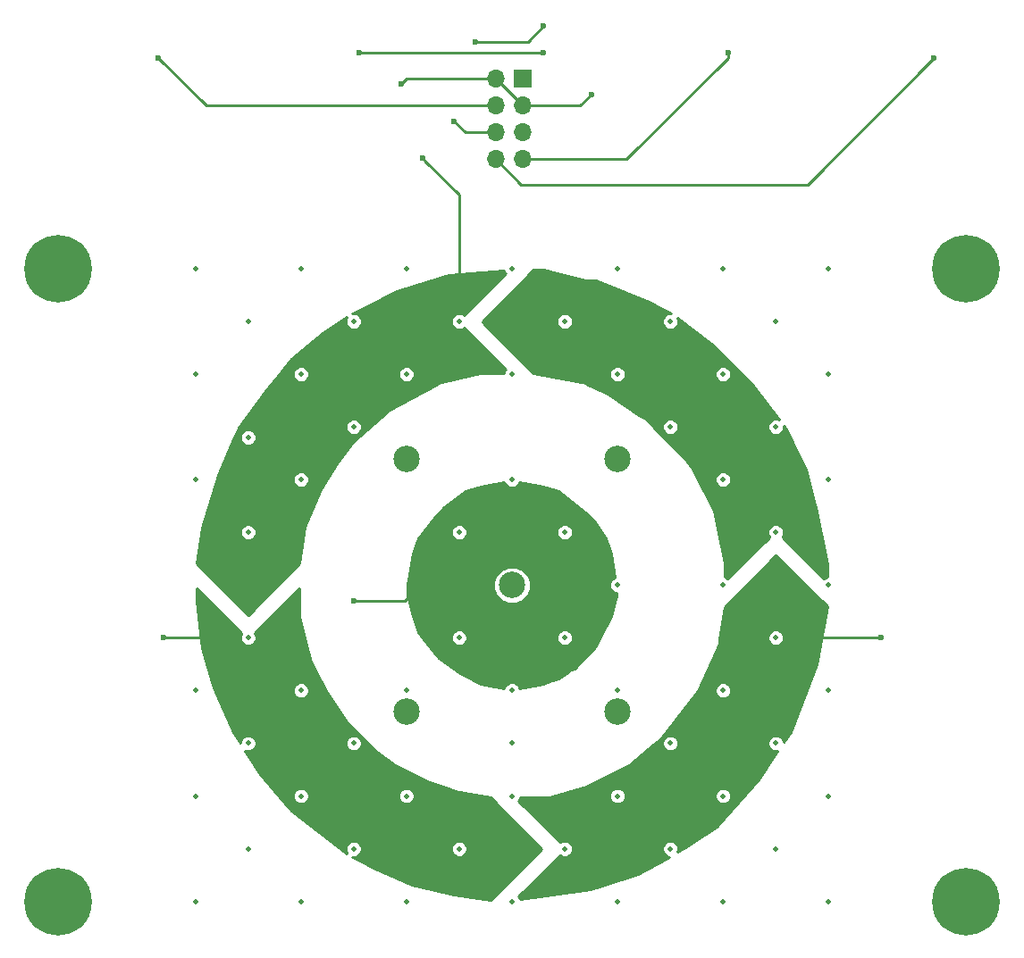
<source format=gbr>
G04 #@! TF.FileFunction,Copper,L1,Top,Signal*
%FSLAX46Y46*%
G04 Gerber Fmt 4.6, Leading zero omitted, Abs format (unit mm)*
G04 Created by KiCad (PCBNEW 4.0.7) date 06/10/18 15:36:23*
%MOMM*%
%LPD*%
G01*
G04 APERTURE LIST*
%ADD10C,0.100000*%
%ADD11C,6.400000*%
%ADD12R,1.700000X1.700000*%
%ADD13O,1.700000X1.700000*%
%ADD14C,0.500000*%
%ADD15C,2.500000*%
%ADD16C,0.600000*%
%ADD17C,0.250000*%
%ADD18C,0.254000*%
G04 APERTURE END LIST*
D10*
D11*
X107000000Y-83000000D03*
D12*
X151000000Y-65000000D03*
D13*
X148460000Y-65000000D03*
X151000000Y-67540000D03*
X148460000Y-67540000D03*
X151000000Y-70080000D03*
X148460000Y-70080000D03*
X151000000Y-72620000D03*
X148460000Y-72620000D03*
D11*
X107000000Y-143000000D03*
X193000000Y-143000000D03*
X193000000Y-83000000D03*
D14*
X135000000Y-128000000D03*
X135000000Y-138000000D03*
X145000000Y-138000000D03*
X125000000Y-138000000D03*
X125000000Y-118000000D03*
X125000000Y-128000000D03*
X155000000Y-118000000D03*
X145000000Y-118000000D03*
X145000000Y-108000000D03*
X155000000Y-108000000D03*
X125000000Y-108000000D03*
X125000000Y-99000000D03*
X135000000Y-98000000D03*
X125000000Y-88000000D03*
X135000000Y-88000000D03*
X145000000Y-88000000D03*
X155000000Y-88000000D03*
X165000000Y-88000000D03*
X175000000Y-88000000D03*
X165000000Y-98000000D03*
X175000000Y-98000000D03*
X175000000Y-108000000D03*
X175000000Y-118000000D03*
X150000000Y-128000000D03*
X155000000Y-138000000D03*
X165000000Y-138000000D03*
X165000000Y-128000000D03*
X175000000Y-128000000D03*
X175000000Y-138000000D03*
X150000000Y-103000000D03*
X160000000Y-123000000D03*
X140000000Y-123000000D03*
X150000000Y-133000000D03*
X150000000Y-123000000D03*
X140000000Y-133000000D03*
X140000000Y-133000000D03*
X130000000Y-123000000D03*
X130000000Y-103000000D03*
X140000000Y-93000000D03*
X150000000Y-93000000D03*
X160000000Y-93000000D03*
X170000000Y-103000000D03*
X170000000Y-113000000D03*
X170000000Y-123000000D03*
X160000000Y-133000000D03*
X170000000Y-93000000D03*
X130000000Y-93000000D03*
X170000000Y-133000000D03*
X130000000Y-133000000D03*
X160000000Y-113000000D03*
X180000000Y-133000000D03*
X180000000Y-123000000D03*
X180000000Y-113000000D03*
X180000000Y-103000000D03*
X180000000Y-93000000D03*
X180000000Y-83000000D03*
X170000000Y-83000000D03*
X160000000Y-83000000D03*
X150000000Y-83000000D03*
X140000000Y-83000000D03*
X130000000Y-83000000D03*
X120000000Y-83000000D03*
X120000000Y-93000000D03*
X120000000Y-103000000D03*
X120000000Y-123000000D03*
X120000000Y-133000000D03*
X180000000Y-143000000D03*
X170000000Y-143000000D03*
X150000000Y-143000000D03*
X160000000Y-143000000D03*
X140000000Y-143000000D03*
X130000000Y-143000000D03*
X120000000Y-143000000D03*
D15*
X160000000Y-101000000D03*
X140000000Y-101000000D03*
X150000000Y-113000000D03*
X140000000Y-125000000D03*
X160000000Y-125000000D03*
D16*
X170500000Y-62500000D03*
X163000000Y-87000000D03*
X135500000Y-62500000D03*
X153000000Y-62500000D03*
X134999990Y-114500000D03*
X153000000Y-60000000D03*
X146500000Y-61500000D03*
X144500000Y-69000000D03*
X141500000Y-72500000D03*
X116500000Y-63000000D03*
X117000000Y-118000000D03*
X190000000Y-63000000D03*
X185000000Y-118000000D03*
X139500000Y-65500000D03*
X157500000Y-66500000D03*
D17*
X151000000Y-72620000D02*
X160880000Y-72620000D01*
X170500000Y-63000000D02*
X170500000Y-62500000D01*
X160880000Y-72620000D02*
X170500000Y-63000000D01*
X138500000Y-62500000D02*
X135500000Y-62500000D01*
X153000000Y-62500000D02*
X138500000Y-62500000D01*
X135424254Y-114500000D02*
X134999990Y-114500000D01*
X139825001Y-114500000D02*
X135424254Y-114500000D01*
X140000000Y-114325001D02*
X139825001Y-114500000D01*
X140000000Y-114325001D02*
X140174999Y-114325001D01*
X140000000Y-114325001D02*
X141674999Y-114325001D01*
X148460000Y-70080000D02*
X145580000Y-70080000D01*
X151500000Y-61500000D02*
X153000000Y-60000000D01*
X146500000Y-61500000D02*
X151500000Y-61500000D01*
X145580000Y-70080000D02*
X144500000Y-69000000D01*
X145000000Y-86000000D02*
X145000000Y-76000000D01*
X141799999Y-72799999D02*
X141500000Y-72500000D01*
X145000000Y-76000000D02*
X141799999Y-72799999D01*
X116500000Y-63000000D02*
X121040000Y-67540000D01*
X121040000Y-67540000D02*
X148460000Y-67540000D01*
X117000000Y-118000000D02*
X122000000Y-118000000D01*
X148460000Y-72620000D02*
X150840000Y-75000000D01*
X178000000Y-75000000D02*
X190000000Y-63000000D01*
X150840000Y-75000000D02*
X178000000Y-75000000D01*
X185000000Y-118000000D02*
X176000000Y-118000000D01*
X148460000Y-65000000D02*
X140000000Y-65000000D01*
X140000000Y-65000000D02*
X139500000Y-65500000D01*
X151000000Y-67540000D02*
X156460000Y-67540000D01*
X156460000Y-67540000D02*
X157500000Y-66500000D01*
X148460000Y-65000000D02*
X151000000Y-67540000D01*
D18*
G36*
X149357024Y-103428812D02*
X149570067Y-103642226D01*
X149848563Y-103757868D01*
X150150114Y-103758131D01*
X150428812Y-103642976D01*
X150642226Y-103429933D01*
X150717624Y-103248356D01*
X152969291Y-103623634D01*
X154438353Y-104113321D01*
X156915164Y-106094770D01*
X157901308Y-107080914D01*
X158884895Y-108556294D01*
X159376366Y-110030709D01*
X159751657Y-112282456D01*
X159571188Y-112357024D01*
X159357774Y-112570067D01*
X159242132Y-112848563D01*
X159241869Y-113150114D01*
X159357024Y-113428812D01*
X159570067Y-113642226D01*
X159848563Y-113757868D01*
X159873000Y-113757889D01*
X159873000Y-113984366D01*
X159380173Y-115955674D01*
X157895626Y-118924768D01*
X155924768Y-120895626D01*
X155443204Y-121136408D01*
X155423800Y-121148400D01*
X154445712Y-121881966D01*
X153572450Y-122076024D01*
X153543204Y-122086408D01*
X152960286Y-122377867D01*
X150717544Y-122751657D01*
X150642976Y-122571188D01*
X150429933Y-122357774D01*
X150151437Y-122242132D01*
X149849886Y-122241869D01*
X149571188Y-122357024D01*
X149357774Y-122570067D01*
X149282376Y-122751644D01*
X147039715Y-122377867D01*
X145067040Y-121391530D01*
X143083424Y-119903818D01*
X142596182Y-119416576D01*
X141646336Y-118150114D01*
X144241869Y-118150114D01*
X144357024Y-118428812D01*
X144570067Y-118642226D01*
X144848563Y-118757868D01*
X145150114Y-118758131D01*
X145428812Y-118642976D01*
X145642226Y-118429933D01*
X145757868Y-118151437D01*
X145757869Y-118150114D01*
X154241869Y-118150114D01*
X154357024Y-118428812D01*
X154570067Y-118642226D01*
X154848563Y-118757868D01*
X155150114Y-118758131D01*
X155428812Y-118642976D01*
X155642226Y-118429933D01*
X155757868Y-118151437D01*
X155758131Y-117849886D01*
X155642976Y-117571188D01*
X155429933Y-117357774D01*
X155151437Y-117242132D01*
X154849886Y-117241869D01*
X154571188Y-117357024D01*
X154357774Y-117570067D01*
X154242132Y-117848563D01*
X154241869Y-118150114D01*
X145757869Y-118150114D01*
X145758131Y-117849886D01*
X145642976Y-117571188D01*
X145429933Y-117357774D01*
X145151437Y-117242132D01*
X144849886Y-117241869D01*
X144571188Y-117357024D01*
X144357774Y-117570067D01*
X144242132Y-117848563D01*
X144241869Y-118150114D01*
X141646336Y-118150114D01*
X141113966Y-117440288D01*
X140622024Y-115964462D01*
X140127000Y-113984366D01*
X140127000Y-113348154D01*
X148241696Y-113348154D01*
X148508771Y-113994526D01*
X149002873Y-114489491D01*
X149648778Y-114757694D01*
X150348154Y-114758304D01*
X150994526Y-114491229D01*
X151489491Y-113997127D01*
X151757694Y-113351222D01*
X151758304Y-112651846D01*
X151491229Y-112005474D01*
X150997127Y-111510509D01*
X150351222Y-111242306D01*
X149651846Y-111241696D01*
X149005474Y-111508771D01*
X148510509Y-112002873D01*
X148242306Y-112648778D01*
X148241696Y-113348154D01*
X140127000Y-113348154D01*
X140127000Y-113010511D01*
X140623634Y-110030709D01*
X141113966Y-108559712D01*
X141421164Y-108150114D01*
X144241869Y-108150114D01*
X144357024Y-108428812D01*
X144570067Y-108642226D01*
X144848563Y-108757868D01*
X145150114Y-108758131D01*
X145428812Y-108642976D01*
X145642226Y-108429933D01*
X145757868Y-108151437D01*
X145757869Y-108150114D01*
X154241869Y-108150114D01*
X154357024Y-108428812D01*
X154570067Y-108642226D01*
X154848563Y-108757868D01*
X155150114Y-108758131D01*
X155428812Y-108642976D01*
X155642226Y-108429933D01*
X155757868Y-108151437D01*
X155758131Y-107849886D01*
X155642976Y-107571188D01*
X155429933Y-107357774D01*
X155151437Y-107242132D01*
X154849886Y-107241869D01*
X154571188Y-107357024D01*
X154357774Y-107570067D01*
X154242132Y-107848563D01*
X154241869Y-108150114D01*
X145757869Y-108150114D01*
X145758131Y-107849886D01*
X145642976Y-107571188D01*
X145429933Y-107357774D01*
X145151437Y-107242132D01*
X144849886Y-107241869D01*
X144571188Y-107357024D01*
X144357774Y-107570067D01*
X144242132Y-107848563D01*
X144241869Y-108150114D01*
X141421164Y-108150114D01*
X142596182Y-106583424D01*
X143583424Y-105596182D01*
X145559712Y-104113966D01*
X147030709Y-103623634D01*
X149282456Y-103248343D01*
X149357024Y-103428812D01*
X149357024Y-103428812D01*
G37*
X149357024Y-103428812D02*
X149570067Y-103642226D01*
X149848563Y-103757868D01*
X150150114Y-103758131D01*
X150428812Y-103642976D01*
X150642226Y-103429933D01*
X150717624Y-103248356D01*
X152969291Y-103623634D01*
X154438353Y-104113321D01*
X156915164Y-106094770D01*
X157901308Y-107080914D01*
X158884895Y-108556294D01*
X159376366Y-110030709D01*
X159751657Y-112282456D01*
X159571188Y-112357024D01*
X159357774Y-112570067D01*
X159242132Y-112848563D01*
X159241869Y-113150114D01*
X159357024Y-113428812D01*
X159570067Y-113642226D01*
X159848563Y-113757868D01*
X159873000Y-113757889D01*
X159873000Y-113984366D01*
X159380173Y-115955674D01*
X157895626Y-118924768D01*
X155924768Y-120895626D01*
X155443204Y-121136408D01*
X155423800Y-121148400D01*
X154445712Y-121881966D01*
X153572450Y-122076024D01*
X153543204Y-122086408D01*
X152960286Y-122377867D01*
X150717544Y-122751657D01*
X150642976Y-122571188D01*
X150429933Y-122357774D01*
X150151437Y-122242132D01*
X149849886Y-122241869D01*
X149571188Y-122357024D01*
X149357774Y-122570067D01*
X149282376Y-122751644D01*
X147039715Y-122377867D01*
X145067040Y-121391530D01*
X143083424Y-119903818D01*
X142596182Y-119416576D01*
X141646336Y-118150114D01*
X144241869Y-118150114D01*
X144357024Y-118428812D01*
X144570067Y-118642226D01*
X144848563Y-118757868D01*
X145150114Y-118758131D01*
X145428812Y-118642976D01*
X145642226Y-118429933D01*
X145757868Y-118151437D01*
X145757869Y-118150114D01*
X154241869Y-118150114D01*
X154357024Y-118428812D01*
X154570067Y-118642226D01*
X154848563Y-118757868D01*
X155150114Y-118758131D01*
X155428812Y-118642976D01*
X155642226Y-118429933D01*
X155757868Y-118151437D01*
X155758131Y-117849886D01*
X155642976Y-117571188D01*
X155429933Y-117357774D01*
X155151437Y-117242132D01*
X154849886Y-117241869D01*
X154571188Y-117357024D01*
X154357774Y-117570067D01*
X154242132Y-117848563D01*
X154241869Y-118150114D01*
X145757869Y-118150114D01*
X145758131Y-117849886D01*
X145642976Y-117571188D01*
X145429933Y-117357774D01*
X145151437Y-117242132D01*
X144849886Y-117241869D01*
X144571188Y-117357024D01*
X144357774Y-117570067D01*
X144242132Y-117848563D01*
X144241869Y-118150114D01*
X141646336Y-118150114D01*
X141113966Y-117440288D01*
X140622024Y-115964462D01*
X140127000Y-113984366D01*
X140127000Y-113348154D01*
X148241696Y-113348154D01*
X148508771Y-113994526D01*
X149002873Y-114489491D01*
X149648778Y-114757694D01*
X150348154Y-114758304D01*
X150994526Y-114491229D01*
X151489491Y-113997127D01*
X151757694Y-113351222D01*
X151758304Y-112651846D01*
X151491229Y-112005474D01*
X150997127Y-111510509D01*
X150351222Y-111242306D01*
X149651846Y-111241696D01*
X149005474Y-111508771D01*
X148510509Y-112002873D01*
X148242306Y-112648778D01*
X148241696Y-113348154D01*
X140127000Y-113348154D01*
X140127000Y-113010511D01*
X140623634Y-110030709D01*
X141113966Y-108559712D01*
X141421164Y-108150114D01*
X144241869Y-108150114D01*
X144357024Y-108428812D01*
X144570067Y-108642226D01*
X144848563Y-108757868D01*
X145150114Y-108758131D01*
X145428812Y-108642976D01*
X145642226Y-108429933D01*
X145757868Y-108151437D01*
X145757869Y-108150114D01*
X154241869Y-108150114D01*
X154357024Y-108428812D01*
X154570067Y-108642226D01*
X154848563Y-108757868D01*
X155150114Y-108758131D01*
X155428812Y-108642976D01*
X155642226Y-108429933D01*
X155757868Y-108151437D01*
X155758131Y-107849886D01*
X155642976Y-107571188D01*
X155429933Y-107357774D01*
X155151437Y-107242132D01*
X154849886Y-107241869D01*
X154571188Y-107357024D01*
X154357774Y-107570067D01*
X154242132Y-107848563D01*
X154241869Y-108150114D01*
X145757869Y-108150114D01*
X145758131Y-107849886D01*
X145642976Y-107571188D01*
X145429933Y-107357774D01*
X145151437Y-107242132D01*
X144849886Y-107241869D01*
X144571188Y-107357024D01*
X144357774Y-107570067D01*
X144242132Y-107848563D01*
X144241869Y-108150114D01*
X141421164Y-108150114D01*
X142596182Y-106583424D01*
X143583424Y-105596182D01*
X145559712Y-104113966D01*
X147030709Y-103623634D01*
X149282456Y-103248343D01*
X149357024Y-103428812D01*
G36*
X179863145Y-115042751D02*
X178877184Y-120465542D01*
X176386519Y-126941269D01*
X175758101Y-127883896D01*
X175758131Y-127849886D01*
X175642976Y-127571188D01*
X175429933Y-127357774D01*
X175151437Y-127242132D01*
X174849886Y-127241869D01*
X174571188Y-127357024D01*
X174357774Y-127570067D01*
X174242132Y-127848563D01*
X174241869Y-128150114D01*
X174357024Y-128428812D01*
X174570067Y-128642226D01*
X174848563Y-128757868D01*
X175150114Y-128758131D01*
X175184845Y-128743780D01*
X173399222Y-131422216D01*
X169415944Y-135903402D01*
X166433835Y-137891475D01*
X165695486Y-138301669D01*
X165757868Y-138151437D01*
X165758131Y-137849886D01*
X165642976Y-137571188D01*
X165429933Y-137357774D01*
X165151437Y-137242132D01*
X164849886Y-137241869D01*
X164571188Y-137357024D01*
X164357774Y-137570067D01*
X164242132Y-137848563D01*
X164241869Y-138150114D01*
X164357024Y-138428812D01*
X164570067Y-138642226D01*
X164848563Y-138757868D01*
X164874288Y-138757890D01*
X161948642Y-140383250D01*
X157471270Y-141875707D01*
X150727157Y-142774922D01*
X150642976Y-142571188D01*
X150625712Y-142553894D01*
X154553738Y-138625868D01*
X154570067Y-138642226D01*
X154848563Y-138757868D01*
X155150114Y-138758131D01*
X155428812Y-138642976D01*
X155642226Y-138429933D01*
X155757868Y-138151437D01*
X155758131Y-137849886D01*
X155642976Y-137571188D01*
X155429933Y-137357774D01*
X155151437Y-137242132D01*
X154849886Y-137241869D01*
X154571188Y-137357024D01*
X154553894Y-137374288D01*
X150625868Y-133446262D01*
X150642226Y-133429933D01*
X150757868Y-133151437D01*
X150757869Y-133150114D01*
X159241869Y-133150114D01*
X159357024Y-133428812D01*
X159570067Y-133642226D01*
X159848563Y-133757868D01*
X160150114Y-133758131D01*
X160428812Y-133642976D01*
X160642226Y-133429933D01*
X160757868Y-133151437D01*
X160757869Y-133150114D01*
X169241869Y-133150114D01*
X169357024Y-133428812D01*
X169570067Y-133642226D01*
X169848563Y-133757868D01*
X170150114Y-133758131D01*
X170428812Y-133642976D01*
X170642226Y-133429933D01*
X170757868Y-133151437D01*
X170758131Y-132849886D01*
X170642976Y-132571188D01*
X170429933Y-132357774D01*
X170151437Y-132242132D01*
X169849886Y-132241869D01*
X169571188Y-132357024D01*
X169357774Y-132570067D01*
X169242132Y-132848563D01*
X169241869Y-133150114D01*
X160757869Y-133150114D01*
X160758131Y-132849886D01*
X160642976Y-132571188D01*
X160429933Y-132357774D01*
X160151437Y-132242132D01*
X159849886Y-132241869D01*
X159571188Y-132357024D01*
X159357774Y-132570067D01*
X159242132Y-132848563D01*
X159241869Y-133150114D01*
X150757869Y-133150114D01*
X150757889Y-133127000D01*
X153500000Y-133127000D01*
X153534890Y-133122114D01*
X157034890Y-132122114D01*
X157056796Y-132113592D01*
X161056796Y-130113592D01*
X161081303Y-130097564D01*
X163418243Y-128150114D01*
X164241869Y-128150114D01*
X164357024Y-128428812D01*
X164570067Y-128642226D01*
X164848563Y-128757868D01*
X165150114Y-128758131D01*
X165428812Y-128642976D01*
X165642226Y-128429933D01*
X165757868Y-128151437D01*
X165758131Y-127849886D01*
X165642976Y-127571188D01*
X165429933Y-127357774D01*
X165151437Y-127242132D01*
X164849886Y-127241869D01*
X164571188Y-127357024D01*
X164357774Y-127570067D01*
X164242132Y-127848563D01*
X164241869Y-128150114D01*
X163418243Y-128150114D01*
X164081303Y-127597564D01*
X164100248Y-127577970D01*
X167544136Y-123150114D01*
X169241869Y-123150114D01*
X169357024Y-123428812D01*
X169570067Y-123642226D01*
X169848563Y-123757868D01*
X170150114Y-123758131D01*
X170428812Y-123642976D01*
X170642226Y-123429933D01*
X170757868Y-123151437D01*
X170758131Y-122849886D01*
X170642976Y-122571188D01*
X170429933Y-122357774D01*
X170151437Y-122242132D01*
X169849886Y-122241869D01*
X169571188Y-122357024D01*
X169357774Y-122570067D01*
X169242132Y-122848563D01*
X169241869Y-123150114D01*
X167544136Y-123150114D01*
X167600248Y-123077970D01*
X167616054Y-123051580D01*
X169616054Y-118551580D01*
X169625724Y-118517961D01*
X169678273Y-118150114D01*
X174241869Y-118150114D01*
X174357024Y-118428812D01*
X174570067Y-118642226D01*
X174848563Y-118757868D01*
X175150114Y-118758131D01*
X175428812Y-118642976D01*
X175642226Y-118429933D01*
X175757868Y-118151437D01*
X175758131Y-117849886D01*
X175642976Y-117571188D01*
X175429933Y-117357774D01*
X175151437Y-117242132D01*
X174849886Y-117241869D01*
X174571188Y-117357024D01*
X174357774Y-117570067D01*
X174242132Y-117848563D01*
X174241869Y-118150114D01*
X169678273Y-118150114D01*
X170119737Y-115059869D01*
X175000000Y-110179606D01*
X179863145Y-115042751D01*
X179863145Y-115042751D01*
G37*
X179863145Y-115042751D02*
X178877184Y-120465542D01*
X176386519Y-126941269D01*
X175758101Y-127883896D01*
X175758131Y-127849886D01*
X175642976Y-127571188D01*
X175429933Y-127357774D01*
X175151437Y-127242132D01*
X174849886Y-127241869D01*
X174571188Y-127357024D01*
X174357774Y-127570067D01*
X174242132Y-127848563D01*
X174241869Y-128150114D01*
X174357024Y-128428812D01*
X174570067Y-128642226D01*
X174848563Y-128757868D01*
X175150114Y-128758131D01*
X175184845Y-128743780D01*
X173399222Y-131422216D01*
X169415944Y-135903402D01*
X166433835Y-137891475D01*
X165695486Y-138301669D01*
X165757868Y-138151437D01*
X165758131Y-137849886D01*
X165642976Y-137571188D01*
X165429933Y-137357774D01*
X165151437Y-137242132D01*
X164849886Y-137241869D01*
X164571188Y-137357024D01*
X164357774Y-137570067D01*
X164242132Y-137848563D01*
X164241869Y-138150114D01*
X164357024Y-138428812D01*
X164570067Y-138642226D01*
X164848563Y-138757868D01*
X164874288Y-138757890D01*
X161948642Y-140383250D01*
X157471270Y-141875707D01*
X150727157Y-142774922D01*
X150642976Y-142571188D01*
X150625712Y-142553894D01*
X154553738Y-138625868D01*
X154570067Y-138642226D01*
X154848563Y-138757868D01*
X155150114Y-138758131D01*
X155428812Y-138642976D01*
X155642226Y-138429933D01*
X155757868Y-138151437D01*
X155758131Y-137849886D01*
X155642976Y-137571188D01*
X155429933Y-137357774D01*
X155151437Y-137242132D01*
X154849886Y-137241869D01*
X154571188Y-137357024D01*
X154553894Y-137374288D01*
X150625868Y-133446262D01*
X150642226Y-133429933D01*
X150757868Y-133151437D01*
X150757869Y-133150114D01*
X159241869Y-133150114D01*
X159357024Y-133428812D01*
X159570067Y-133642226D01*
X159848563Y-133757868D01*
X160150114Y-133758131D01*
X160428812Y-133642976D01*
X160642226Y-133429933D01*
X160757868Y-133151437D01*
X160757869Y-133150114D01*
X169241869Y-133150114D01*
X169357024Y-133428812D01*
X169570067Y-133642226D01*
X169848563Y-133757868D01*
X170150114Y-133758131D01*
X170428812Y-133642976D01*
X170642226Y-133429933D01*
X170757868Y-133151437D01*
X170758131Y-132849886D01*
X170642976Y-132571188D01*
X170429933Y-132357774D01*
X170151437Y-132242132D01*
X169849886Y-132241869D01*
X169571188Y-132357024D01*
X169357774Y-132570067D01*
X169242132Y-132848563D01*
X169241869Y-133150114D01*
X160757869Y-133150114D01*
X160758131Y-132849886D01*
X160642976Y-132571188D01*
X160429933Y-132357774D01*
X160151437Y-132242132D01*
X159849886Y-132241869D01*
X159571188Y-132357024D01*
X159357774Y-132570067D01*
X159242132Y-132848563D01*
X159241869Y-133150114D01*
X150757869Y-133150114D01*
X150757889Y-133127000D01*
X153500000Y-133127000D01*
X153534890Y-133122114D01*
X157034890Y-132122114D01*
X157056796Y-132113592D01*
X161056796Y-130113592D01*
X161081303Y-130097564D01*
X163418243Y-128150114D01*
X164241869Y-128150114D01*
X164357024Y-128428812D01*
X164570067Y-128642226D01*
X164848563Y-128757868D01*
X165150114Y-128758131D01*
X165428812Y-128642976D01*
X165642226Y-128429933D01*
X165757868Y-128151437D01*
X165758131Y-127849886D01*
X165642976Y-127571188D01*
X165429933Y-127357774D01*
X165151437Y-127242132D01*
X164849886Y-127241869D01*
X164571188Y-127357024D01*
X164357774Y-127570067D01*
X164242132Y-127848563D01*
X164241869Y-128150114D01*
X163418243Y-128150114D01*
X164081303Y-127597564D01*
X164100248Y-127577970D01*
X167544136Y-123150114D01*
X169241869Y-123150114D01*
X169357024Y-123428812D01*
X169570067Y-123642226D01*
X169848563Y-123757868D01*
X170150114Y-123758131D01*
X170428812Y-123642976D01*
X170642226Y-123429933D01*
X170757868Y-123151437D01*
X170758131Y-122849886D01*
X170642976Y-122571188D01*
X170429933Y-122357774D01*
X170151437Y-122242132D01*
X169849886Y-122241869D01*
X169571188Y-122357024D01*
X169357774Y-122570067D01*
X169242132Y-122848563D01*
X169241869Y-123150114D01*
X167544136Y-123150114D01*
X167600248Y-123077970D01*
X167616054Y-123051580D01*
X169616054Y-118551580D01*
X169625724Y-118517961D01*
X169678273Y-118150114D01*
X174241869Y-118150114D01*
X174357024Y-118428812D01*
X174570067Y-118642226D01*
X174848563Y-118757868D01*
X175150114Y-118758131D01*
X175428812Y-118642976D01*
X175642226Y-118429933D01*
X175757868Y-118151437D01*
X175758131Y-117849886D01*
X175642976Y-117571188D01*
X175429933Y-117357774D01*
X175151437Y-117242132D01*
X174849886Y-117241869D01*
X174571188Y-117357024D01*
X174357774Y-117570067D01*
X174242132Y-117848563D01*
X174241869Y-118150114D01*
X169678273Y-118150114D01*
X170119737Y-115059869D01*
X175000000Y-110179606D01*
X179863145Y-115042751D01*
G36*
X149357024Y-83428812D02*
X149374288Y-83446106D01*
X145446262Y-87374132D01*
X145429933Y-87357774D01*
X145151437Y-87242132D01*
X144849886Y-87241869D01*
X144571188Y-87357024D01*
X144357774Y-87570067D01*
X144242132Y-87848563D01*
X144241869Y-88150114D01*
X144357024Y-88428812D01*
X144570067Y-88642226D01*
X144848563Y-88757868D01*
X145150114Y-88758131D01*
X145428812Y-88642976D01*
X145446106Y-88625712D01*
X149374132Y-92553738D01*
X149357774Y-92570067D01*
X149242132Y-92848563D01*
X149242111Y-92873000D01*
X147000000Y-92873000D01*
X146969198Y-92876792D01*
X142969198Y-93876792D01*
X142938323Y-93888982D01*
X138438323Y-96388982D01*
X138417349Y-96403574D01*
X134917349Y-99403574D01*
X134898400Y-99423800D01*
X133398400Y-101423800D01*
X133391098Y-101434659D01*
X131891098Y-103934659D01*
X131883269Y-103949972D01*
X130383269Y-107449972D01*
X130374276Y-107482039D01*
X129880263Y-110940131D01*
X125000000Y-115820394D01*
X120134704Y-110955098D01*
X120535416Y-108150114D01*
X124241869Y-108150114D01*
X124357024Y-108428812D01*
X124570067Y-108642226D01*
X124848563Y-108757868D01*
X125150114Y-108758131D01*
X125428812Y-108642976D01*
X125642226Y-108429933D01*
X125757868Y-108151437D01*
X125758131Y-107849886D01*
X125642976Y-107571188D01*
X125429933Y-107357774D01*
X125151437Y-107242132D01*
X124849886Y-107241869D01*
X124571188Y-107357024D01*
X124357774Y-107570067D01*
X124242132Y-107848563D01*
X124241869Y-108150114D01*
X120535416Y-108150114D01*
X120624379Y-107527377D01*
X121937558Y-103150114D01*
X129241869Y-103150114D01*
X129357024Y-103428812D01*
X129570067Y-103642226D01*
X129848563Y-103757868D01*
X130150114Y-103758131D01*
X130428812Y-103642976D01*
X130642226Y-103429933D01*
X130757868Y-103151437D01*
X130758131Y-102849886D01*
X130642976Y-102571188D01*
X130429933Y-102357774D01*
X130151437Y-102242132D01*
X129849886Y-102241869D01*
X129571188Y-102357024D01*
X129357774Y-102570067D01*
X129242132Y-102848563D01*
X129241869Y-103150114D01*
X121937558Y-103150114D01*
X122119328Y-102544215D01*
X123627816Y-99150114D01*
X124241869Y-99150114D01*
X124357024Y-99428812D01*
X124570067Y-99642226D01*
X124848563Y-99757868D01*
X125150114Y-99758131D01*
X125428812Y-99642976D01*
X125642226Y-99429933D01*
X125757868Y-99151437D01*
X125758131Y-98849886D01*
X125642976Y-98571188D01*
X125429933Y-98357774D01*
X125151437Y-98242132D01*
X124849886Y-98241869D01*
X124571188Y-98357024D01*
X124357774Y-98570067D01*
X124242132Y-98848563D01*
X124241869Y-99150114D01*
X123627816Y-99150114D01*
X124072261Y-98150114D01*
X134241869Y-98150114D01*
X134357024Y-98428812D01*
X134570067Y-98642226D01*
X134848563Y-98757868D01*
X135150114Y-98758131D01*
X135428812Y-98642976D01*
X135642226Y-98429933D01*
X135757868Y-98151437D01*
X135758131Y-97849886D01*
X135642976Y-97571188D01*
X135429933Y-97357774D01*
X135151437Y-97242132D01*
X134849886Y-97241869D01*
X134571188Y-97357024D01*
X134357774Y-97570067D01*
X134242132Y-97848563D01*
X134241869Y-98150114D01*
X124072261Y-98150114D01*
X124110827Y-98063341D01*
X126600594Y-94577667D01*
X127790221Y-93150114D01*
X129241869Y-93150114D01*
X129357024Y-93428812D01*
X129570067Y-93642226D01*
X129848563Y-93757868D01*
X130150114Y-93758131D01*
X130428812Y-93642976D01*
X130642226Y-93429933D01*
X130757868Y-93151437D01*
X130757869Y-93150114D01*
X139241869Y-93150114D01*
X139357024Y-93428812D01*
X139570067Y-93642226D01*
X139848563Y-93757868D01*
X140150114Y-93758131D01*
X140428812Y-93642976D01*
X140642226Y-93429933D01*
X140757868Y-93151437D01*
X140758131Y-92849886D01*
X140642976Y-92571188D01*
X140429933Y-92357774D01*
X140151437Y-92242132D01*
X139849886Y-92241869D01*
X139571188Y-92357024D01*
X139357774Y-92570067D01*
X139242132Y-92848563D01*
X139241869Y-93150114D01*
X130757869Y-93150114D01*
X130758131Y-92849886D01*
X130642976Y-92571188D01*
X130429933Y-92357774D01*
X130151437Y-92242132D01*
X129849886Y-92241869D01*
X129571188Y-92357024D01*
X129357774Y-92570067D01*
X129242132Y-92848563D01*
X129241869Y-93150114D01*
X127790221Y-93150114D01*
X129090173Y-91590173D01*
X132076091Y-89101907D01*
X134351620Y-87584888D01*
X134242132Y-87848563D01*
X134241869Y-88150114D01*
X134357024Y-88428812D01*
X134570067Y-88642226D01*
X134848563Y-88757868D01*
X135150114Y-88758131D01*
X135428812Y-88642976D01*
X135642226Y-88429933D01*
X135757868Y-88151437D01*
X135758131Y-87849886D01*
X135642976Y-87571188D01*
X135429933Y-87357774D01*
X135151437Y-87242132D01*
X134866127Y-87241883D01*
X135063868Y-87110056D01*
X139046990Y-85118495D01*
X144023778Y-83625458D01*
X149258047Y-83189269D01*
X149357024Y-83428812D01*
X149357024Y-83428812D01*
G37*
X149357024Y-83428812D02*
X149374288Y-83446106D01*
X145446262Y-87374132D01*
X145429933Y-87357774D01*
X145151437Y-87242132D01*
X144849886Y-87241869D01*
X144571188Y-87357024D01*
X144357774Y-87570067D01*
X144242132Y-87848563D01*
X144241869Y-88150114D01*
X144357024Y-88428812D01*
X144570067Y-88642226D01*
X144848563Y-88757868D01*
X145150114Y-88758131D01*
X145428812Y-88642976D01*
X145446106Y-88625712D01*
X149374132Y-92553738D01*
X149357774Y-92570067D01*
X149242132Y-92848563D01*
X149242111Y-92873000D01*
X147000000Y-92873000D01*
X146969198Y-92876792D01*
X142969198Y-93876792D01*
X142938323Y-93888982D01*
X138438323Y-96388982D01*
X138417349Y-96403574D01*
X134917349Y-99403574D01*
X134898400Y-99423800D01*
X133398400Y-101423800D01*
X133391098Y-101434659D01*
X131891098Y-103934659D01*
X131883269Y-103949972D01*
X130383269Y-107449972D01*
X130374276Y-107482039D01*
X129880263Y-110940131D01*
X125000000Y-115820394D01*
X120134704Y-110955098D01*
X120535416Y-108150114D01*
X124241869Y-108150114D01*
X124357024Y-108428812D01*
X124570067Y-108642226D01*
X124848563Y-108757868D01*
X125150114Y-108758131D01*
X125428812Y-108642976D01*
X125642226Y-108429933D01*
X125757868Y-108151437D01*
X125758131Y-107849886D01*
X125642976Y-107571188D01*
X125429933Y-107357774D01*
X125151437Y-107242132D01*
X124849886Y-107241869D01*
X124571188Y-107357024D01*
X124357774Y-107570067D01*
X124242132Y-107848563D01*
X124241869Y-108150114D01*
X120535416Y-108150114D01*
X120624379Y-107527377D01*
X121937558Y-103150114D01*
X129241869Y-103150114D01*
X129357024Y-103428812D01*
X129570067Y-103642226D01*
X129848563Y-103757868D01*
X130150114Y-103758131D01*
X130428812Y-103642976D01*
X130642226Y-103429933D01*
X130757868Y-103151437D01*
X130758131Y-102849886D01*
X130642976Y-102571188D01*
X130429933Y-102357774D01*
X130151437Y-102242132D01*
X129849886Y-102241869D01*
X129571188Y-102357024D01*
X129357774Y-102570067D01*
X129242132Y-102848563D01*
X129241869Y-103150114D01*
X121937558Y-103150114D01*
X122119328Y-102544215D01*
X123627816Y-99150114D01*
X124241869Y-99150114D01*
X124357024Y-99428812D01*
X124570067Y-99642226D01*
X124848563Y-99757868D01*
X125150114Y-99758131D01*
X125428812Y-99642976D01*
X125642226Y-99429933D01*
X125757868Y-99151437D01*
X125758131Y-98849886D01*
X125642976Y-98571188D01*
X125429933Y-98357774D01*
X125151437Y-98242132D01*
X124849886Y-98241869D01*
X124571188Y-98357024D01*
X124357774Y-98570067D01*
X124242132Y-98848563D01*
X124241869Y-99150114D01*
X123627816Y-99150114D01*
X124072261Y-98150114D01*
X134241869Y-98150114D01*
X134357024Y-98428812D01*
X134570067Y-98642226D01*
X134848563Y-98757868D01*
X135150114Y-98758131D01*
X135428812Y-98642976D01*
X135642226Y-98429933D01*
X135757868Y-98151437D01*
X135758131Y-97849886D01*
X135642976Y-97571188D01*
X135429933Y-97357774D01*
X135151437Y-97242132D01*
X134849886Y-97241869D01*
X134571188Y-97357024D01*
X134357774Y-97570067D01*
X134242132Y-97848563D01*
X134241869Y-98150114D01*
X124072261Y-98150114D01*
X124110827Y-98063341D01*
X126600594Y-94577667D01*
X127790221Y-93150114D01*
X129241869Y-93150114D01*
X129357024Y-93428812D01*
X129570067Y-93642226D01*
X129848563Y-93757868D01*
X130150114Y-93758131D01*
X130428812Y-93642976D01*
X130642226Y-93429933D01*
X130757868Y-93151437D01*
X130757869Y-93150114D01*
X139241869Y-93150114D01*
X139357024Y-93428812D01*
X139570067Y-93642226D01*
X139848563Y-93757868D01*
X140150114Y-93758131D01*
X140428812Y-93642976D01*
X140642226Y-93429933D01*
X140757868Y-93151437D01*
X140758131Y-92849886D01*
X140642976Y-92571188D01*
X140429933Y-92357774D01*
X140151437Y-92242132D01*
X139849886Y-92241869D01*
X139571188Y-92357024D01*
X139357774Y-92570067D01*
X139242132Y-92848563D01*
X139241869Y-93150114D01*
X130757869Y-93150114D01*
X130758131Y-92849886D01*
X130642976Y-92571188D01*
X130429933Y-92357774D01*
X130151437Y-92242132D01*
X129849886Y-92241869D01*
X129571188Y-92357024D01*
X129357774Y-92570067D01*
X129242132Y-92848563D01*
X129241869Y-93150114D01*
X127790221Y-93150114D01*
X129090173Y-91590173D01*
X132076091Y-89101907D01*
X134351620Y-87584888D01*
X134242132Y-87848563D01*
X134241869Y-88150114D01*
X134357024Y-88428812D01*
X134570067Y-88642226D01*
X134848563Y-88757868D01*
X135150114Y-88758131D01*
X135428812Y-88642976D01*
X135642226Y-88429933D01*
X135757868Y-88151437D01*
X135758131Y-87849886D01*
X135642976Y-87571188D01*
X135429933Y-87357774D01*
X135151437Y-87242132D01*
X134866127Y-87241883D01*
X135063868Y-87110056D01*
X139046990Y-85118495D01*
X144023778Y-83625458D01*
X149258047Y-83189269D01*
X149357024Y-83428812D01*
G36*
X129873000Y-116000000D02*
X129876792Y-116030802D01*
X130876792Y-120030802D01*
X130886408Y-120056796D01*
X132386408Y-123056796D01*
X132394330Y-123070447D01*
X134394330Y-126070447D01*
X134410197Y-126089803D01*
X136910197Y-128589803D01*
X136923800Y-128601600D01*
X138923800Y-130101600D01*
X138943204Y-130113592D01*
X141943204Y-131613592D01*
X141959839Y-131620483D01*
X144959839Y-132620483D01*
X144979121Y-132625272D01*
X147938975Y-133118581D01*
X152820394Y-138000000D01*
X147955098Y-142865296D01*
X144524441Y-142375202D01*
X140540673Y-141379260D01*
X137053458Y-139884739D01*
X135063868Y-138889944D01*
X134865777Y-138757883D01*
X135150114Y-138758131D01*
X135428812Y-138642976D01*
X135642226Y-138429933D01*
X135757868Y-138151437D01*
X135757869Y-138150114D01*
X144241869Y-138150114D01*
X144357024Y-138428812D01*
X144570067Y-138642226D01*
X144848563Y-138757868D01*
X145150114Y-138758131D01*
X145428812Y-138642976D01*
X145642226Y-138429933D01*
X145757868Y-138151437D01*
X145758131Y-137849886D01*
X145642976Y-137571188D01*
X145429933Y-137357774D01*
X145151437Y-137242132D01*
X144849886Y-137241869D01*
X144571188Y-137357024D01*
X144357774Y-137570067D01*
X144242132Y-137848563D01*
X144241869Y-138150114D01*
X135757869Y-138150114D01*
X135758131Y-137849886D01*
X135642976Y-137571188D01*
X135429933Y-137357774D01*
X135151437Y-137242132D01*
X134849886Y-137241869D01*
X134571188Y-137357024D01*
X134357774Y-137570067D01*
X134242132Y-137848563D01*
X134241869Y-138150114D01*
X134351266Y-138414876D01*
X133574310Y-137896905D01*
X129088089Y-134407622D01*
X128010225Y-133150114D01*
X129241869Y-133150114D01*
X129357024Y-133428812D01*
X129570067Y-133642226D01*
X129848563Y-133757868D01*
X130150114Y-133758131D01*
X130428812Y-133642976D01*
X130642226Y-133429933D01*
X130757868Y-133151437D01*
X130757869Y-133150114D01*
X139241869Y-133150114D01*
X139357024Y-133428812D01*
X139570067Y-133642226D01*
X139848563Y-133757868D01*
X140150114Y-133758131D01*
X140428812Y-133642976D01*
X140642226Y-133429933D01*
X140757868Y-133151437D01*
X140758131Y-132849886D01*
X140642976Y-132571188D01*
X140429933Y-132357774D01*
X140151437Y-132242132D01*
X139849886Y-132241869D01*
X139571188Y-132357024D01*
X139357774Y-132570067D01*
X139242132Y-132848563D01*
X139241869Y-133150114D01*
X130757869Y-133150114D01*
X130758131Y-132849886D01*
X130642976Y-132571188D01*
X130429933Y-132357774D01*
X130151437Y-132242132D01*
X129849886Y-132241869D01*
X129571188Y-132357024D01*
X129357774Y-132570067D01*
X129242132Y-132848563D01*
X129241869Y-133150114D01*
X128010225Y-133150114D01*
X126102636Y-130924594D01*
X124713339Y-128701718D01*
X124848563Y-128757868D01*
X125150114Y-128758131D01*
X125428812Y-128642976D01*
X125642226Y-128429933D01*
X125757868Y-128151437D01*
X125757869Y-128150114D01*
X134241869Y-128150114D01*
X134357024Y-128428812D01*
X134570067Y-128642226D01*
X134848563Y-128757868D01*
X135150114Y-128758131D01*
X135428812Y-128642976D01*
X135642226Y-128429933D01*
X135757868Y-128151437D01*
X135758131Y-127849886D01*
X135642976Y-127571188D01*
X135429933Y-127357774D01*
X135151437Y-127242132D01*
X134849886Y-127241869D01*
X134571188Y-127357024D01*
X134357774Y-127570067D01*
X134242132Y-127848563D01*
X134241869Y-128150114D01*
X125757869Y-128150114D01*
X125758131Y-127849886D01*
X125642976Y-127571188D01*
X125429933Y-127357774D01*
X125151437Y-127242132D01*
X124849886Y-127241869D01*
X124571188Y-127357024D01*
X124357774Y-127570067D01*
X124242132Y-127848563D01*
X124242046Y-127947648D01*
X123612428Y-126940260D01*
X121927919Y-123150114D01*
X129241869Y-123150114D01*
X129357024Y-123428812D01*
X129570067Y-123642226D01*
X129848563Y-123757868D01*
X130150114Y-123758131D01*
X130428812Y-123642976D01*
X130642226Y-123429933D01*
X130757868Y-123151437D01*
X130758131Y-122849886D01*
X130642976Y-122571188D01*
X130429933Y-122357774D01*
X130151437Y-122242132D01*
X129849886Y-122241869D01*
X129571188Y-122357024D01*
X129357774Y-122570067D01*
X129242132Y-122848563D01*
X129241869Y-123150114D01*
X121927919Y-123150114D01*
X121619670Y-122456556D01*
X120625044Y-118975366D01*
X120127000Y-114492968D01*
X120127000Y-113306606D01*
X124374132Y-117553738D01*
X124357774Y-117570067D01*
X124242132Y-117848563D01*
X124241869Y-118150114D01*
X124357024Y-118428812D01*
X124570067Y-118642226D01*
X124848563Y-118757868D01*
X125150114Y-118758131D01*
X125428812Y-118642976D01*
X125642226Y-118429933D01*
X125757868Y-118151437D01*
X125758131Y-117849886D01*
X125642976Y-117571188D01*
X125625712Y-117553894D01*
X129873000Y-113306606D01*
X129873000Y-116000000D01*
X129873000Y-116000000D01*
G37*
X129873000Y-116000000D02*
X129876792Y-116030802D01*
X130876792Y-120030802D01*
X130886408Y-120056796D01*
X132386408Y-123056796D01*
X132394330Y-123070447D01*
X134394330Y-126070447D01*
X134410197Y-126089803D01*
X136910197Y-128589803D01*
X136923800Y-128601600D01*
X138923800Y-130101600D01*
X138943204Y-130113592D01*
X141943204Y-131613592D01*
X141959839Y-131620483D01*
X144959839Y-132620483D01*
X144979121Y-132625272D01*
X147938975Y-133118581D01*
X152820394Y-138000000D01*
X147955098Y-142865296D01*
X144524441Y-142375202D01*
X140540673Y-141379260D01*
X137053458Y-139884739D01*
X135063868Y-138889944D01*
X134865777Y-138757883D01*
X135150114Y-138758131D01*
X135428812Y-138642976D01*
X135642226Y-138429933D01*
X135757868Y-138151437D01*
X135757869Y-138150114D01*
X144241869Y-138150114D01*
X144357024Y-138428812D01*
X144570067Y-138642226D01*
X144848563Y-138757868D01*
X145150114Y-138758131D01*
X145428812Y-138642976D01*
X145642226Y-138429933D01*
X145757868Y-138151437D01*
X145758131Y-137849886D01*
X145642976Y-137571188D01*
X145429933Y-137357774D01*
X145151437Y-137242132D01*
X144849886Y-137241869D01*
X144571188Y-137357024D01*
X144357774Y-137570067D01*
X144242132Y-137848563D01*
X144241869Y-138150114D01*
X135757869Y-138150114D01*
X135758131Y-137849886D01*
X135642976Y-137571188D01*
X135429933Y-137357774D01*
X135151437Y-137242132D01*
X134849886Y-137241869D01*
X134571188Y-137357024D01*
X134357774Y-137570067D01*
X134242132Y-137848563D01*
X134241869Y-138150114D01*
X134351266Y-138414876D01*
X133574310Y-137896905D01*
X129088089Y-134407622D01*
X128010225Y-133150114D01*
X129241869Y-133150114D01*
X129357024Y-133428812D01*
X129570067Y-133642226D01*
X129848563Y-133757868D01*
X130150114Y-133758131D01*
X130428812Y-133642976D01*
X130642226Y-133429933D01*
X130757868Y-133151437D01*
X130757869Y-133150114D01*
X139241869Y-133150114D01*
X139357024Y-133428812D01*
X139570067Y-133642226D01*
X139848563Y-133757868D01*
X140150114Y-133758131D01*
X140428812Y-133642976D01*
X140642226Y-133429933D01*
X140757868Y-133151437D01*
X140758131Y-132849886D01*
X140642976Y-132571188D01*
X140429933Y-132357774D01*
X140151437Y-132242132D01*
X139849886Y-132241869D01*
X139571188Y-132357024D01*
X139357774Y-132570067D01*
X139242132Y-132848563D01*
X139241869Y-133150114D01*
X130757869Y-133150114D01*
X130758131Y-132849886D01*
X130642976Y-132571188D01*
X130429933Y-132357774D01*
X130151437Y-132242132D01*
X129849886Y-132241869D01*
X129571188Y-132357024D01*
X129357774Y-132570067D01*
X129242132Y-132848563D01*
X129241869Y-133150114D01*
X128010225Y-133150114D01*
X126102636Y-130924594D01*
X124713339Y-128701718D01*
X124848563Y-128757868D01*
X125150114Y-128758131D01*
X125428812Y-128642976D01*
X125642226Y-128429933D01*
X125757868Y-128151437D01*
X125757869Y-128150114D01*
X134241869Y-128150114D01*
X134357024Y-128428812D01*
X134570067Y-128642226D01*
X134848563Y-128757868D01*
X135150114Y-128758131D01*
X135428812Y-128642976D01*
X135642226Y-128429933D01*
X135757868Y-128151437D01*
X135758131Y-127849886D01*
X135642976Y-127571188D01*
X135429933Y-127357774D01*
X135151437Y-127242132D01*
X134849886Y-127241869D01*
X134571188Y-127357024D01*
X134357774Y-127570067D01*
X134242132Y-127848563D01*
X134241869Y-128150114D01*
X125757869Y-128150114D01*
X125758131Y-127849886D01*
X125642976Y-127571188D01*
X125429933Y-127357774D01*
X125151437Y-127242132D01*
X124849886Y-127241869D01*
X124571188Y-127357024D01*
X124357774Y-127570067D01*
X124242132Y-127848563D01*
X124242046Y-127947648D01*
X123612428Y-126940260D01*
X121927919Y-123150114D01*
X129241869Y-123150114D01*
X129357024Y-123428812D01*
X129570067Y-123642226D01*
X129848563Y-123757868D01*
X130150114Y-123758131D01*
X130428812Y-123642976D01*
X130642226Y-123429933D01*
X130757868Y-123151437D01*
X130758131Y-122849886D01*
X130642976Y-122571188D01*
X130429933Y-122357774D01*
X130151437Y-122242132D01*
X129849886Y-122241869D01*
X129571188Y-122357024D01*
X129357774Y-122570067D01*
X129242132Y-122848563D01*
X129241869Y-123150114D01*
X121927919Y-123150114D01*
X121619670Y-122456556D01*
X120625044Y-118975366D01*
X120127000Y-114492968D01*
X120127000Y-113306606D01*
X124374132Y-117553738D01*
X124357774Y-117570067D01*
X124242132Y-117848563D01*
X124241869Y-118150114D01*
X124357024Y-118428812D01*
X124570067Y-118642226D01*
X124848563Y-118757868D01*
X125150114Y-118758131D01*
X125428812Y-118642976D01*
X125642226Y-118429933D01*
X125757868Y-118151437D01*
X125758131Y-117849886D01*
X125642976Y-117571188D01*
X125625712Y-117553894D01*
X129873000Y-113306606D01*
X129873000Y-116000000D01*
G36*
X156969198Y-84123208D02*
X157000000Y-84127000D01*
X157975540Y-84127000D01*
X162947938Y-86115959D01*
X164932960Y-87108470D01*
X165111129Y-87242097D01*
X164849886Y-87241869D01*
X164571188Y-87357024D01*
X164357774Y-87570067D01*
X164242132Y-87848563D01*
X164241869Y-88150114D01*
X164357024Y-88428812D01*
X164570067Y-88642226D01*
X164848563Y-88757868D01*
X165150114Y-88758131D01*
X165428812Y-88642976D01*
X165642226Y-88429933D01*
X165757868Y-88151437D01*
X165758131Y-87849886D01*
X165684764Y-87672323D01*
X168916576Y-90096182D01*
X172903818Y-94083424D01*
X175327761Y-97315349D01*
X175151437Y-97242132D01*
X174849886Y-97241869D01*
X174571188Y-97357024D01*
X174357774Y-97570067D01*
X174242132Y-97848563D01*
X174241869Y-98150114D01*
X174357024Y-98428812D01*
X174570067Y-98642226D01*
X174848563Y-98757868D01*
X175150114Y-98758131D01*
X175428812Y-98642976D01*
X175642226Y-98429933D01*
X175757868Y-98151437D01*
X175758097Y-97889129D01*
X175891530Y-98067040D01*
X177880173Y-102044326D01*
X178876057Y-106027862D01*
X179873000Y-111012577D01*
X179873000Y-112241889D01*
X179849886Y-112241869D01*
X179571188Y-112357024D01*
X179553894Y-112374288D01*
X175625868Y-108446262D01*
X175642226Y-108429933D01*
X175757868Y-108151437D01*
X175758131Y-107849886D01*
X175642976Y-107571188D01*
X175429933Y-107357774D01*
X175151437Y-107242132D01*
X174849886Y-107241869D01*
X174571188Y-107357024D01*
X174357774Y-107570067D01*
X174242132Y-107848563D01*
X174241869Y-108150114D01*
X174357024Y-108428812D01*
X174374288Y-108446106D01*
X170446262Y-112374132D01*
X170429933Y-112357774D01*
X170151437Y-112242132D01*
X170127000Y-112242111D01*
X170127000Y-111000000D01*
X170124534Y-110975093D01*
X169124534Y-105975093D01*
X169113592Y-105943204D01*
X167717047Y-103150114D01*
X169241869Y-103150114D01*
X169357024Y-103428812D01*
X169570067Y-103642226D01*
X169848563Y-103757868D01*
X170150114Y-103758131D01*
X170428812Y-103642976D01*
X170642226Y-103429933D01*
X170757868Y-103151437D01*
X170758131Y-102849886D01*
X170642976Y-102571188D01*
X170429933Y-102357774D01*
X170151437Y-102242132D01*
X169849886Y-102241869D01*
X169571188Y-102357024D01*
X169357774Y-102570067D01*
X169242132Y-102848563D01*
X169241869Y-103150114D01*
X167717047Y-103150114D01*
X167113592Y-101943204D01*
X167101600Y-101923800D01*
X166351600Y-100923800D01*
X166339803Y-100910197D01*
X163579720Y-98150114D01*
X164241869Y-98150114D01*
X164357024Y-98428812D01*
X164570067Y-98642226D01*
X164848563Y-98757868D01*
X165150114Y-98758131D01*
X165428812Y-98642976D01*
X165642226Y-98429933D01*
X165757868Y-98151437D01*
X165758131Y-97849886D01*
X165642976Y-97571188D01*
X165429933Y-97357774D01*
X165151437Y-97242132D01*
X164849886Y-97241869D01*
X164571188Y-97357024D01*
X164357774Y-97570067D01*
X164242132Y-97848563D01*
X164241869Y-98150114D01*
X163579720Y-98150114D01*
X162589803Y-97160197D01*
X162556796Y-97136408D01*
X162063868Y-96889944D01*
X159070447Y-94894330D01*
X159056796Y-94886408D01*
X157056796Y-93886408D01*
X157024907Y-93875466D01*
X153398148Y-93150114D01*
X159241869Y-93150114D01*
X159357024Y-93428812D01*
X159570067Y-93642226D01*
X159848563Y-93757868D01*
X160150114Y-93758131D01*
X160428812Y-93642976D01*
X160642226Y-93429933D01*
X160757868Y-93151437D01*
X160757869Y-93150114D01*
X169241869Y-93150114D01*
X169357024Y-93428812D01*
X169570067Y-93642226D01*
X169848563Y-93757868D01*
X170150114Y-93758131D01*
X170428812Y-93642976D01*
X170642226Y-93429933D01*
X170757868Y-93151437D01*
X170758131Y-92849886D01*
X170642976Y-92571188D01*
X170429933Y-92357774D01*
X170151437Y-92242132D01*
X169849886Y-92241869D01*
X169571188Y-92357024D01*
X169357774Y-92570067D01*
X169242132Y-92848563D01*
X169241869Y-93150114D01*
X160757869Y-93150114D01*
X160758131Y-92849886D01*
X160642976Y-92571188D01*
X160429933Y-92357774D01*
X160151437Y-92242132D01*
X159849886Y-92241869D01*
X159571188Y-92357024D01*
X159357774Y-92570067D01*
X159242132Y-92848563D01*
X159241869Y-93150114D01*
X153398148Y-93150114D01*
X152062613Y-92883007D01*
X147329720Y-88150114D01*
X154241869Y-88150114D01*
X154357024Y-88428812D01*
X154570067Y-88642226D01*
X154848563Y-88757868D01*
X155150114Y-88758131D01*
X155428812Y-88642976D01*
X155642226Y-88429933D01*
X155757868Y-88151437D01*
X155758131Y-87849886D01*
X155642976Y-87571188D01*
X155429933Y-87357774D01*
X155151437Y-87242132D01*
X154849886Y-87241869D01*
X154571188Y-87357024D01*
X154357774Y-87570067D01*
X154242132Y-87848563D01*
X154241869Y-88150114D01*
X147329720Y-88150114D01*
X147179606Y-88000000D01*
X152052606Y-83127000D01*
X152984366Y-83127000D01*
X156969198Y-84123208D01*
X156969198Y-84123208D01*
G37*
X156969198Y-84123208D02*
X157000000Y-84127000D01*
X157975540Y-84127000D01*
X162947938Y-86115959D01*
X164932960Y-87108470D01*
X165111129Y-87242097D01*
X164849886Y-87241869D01*
X164571188Y-87357024D01*
X164357774Y-87570067D01*
X164242132Y-87848563D01*
X164241869Y-88150114D01*
X164357024Y-88428812D01*
X164570067Y-88642226D01*
X164848563Y-88757868D01*
X165150114Y-88758131D01*
X165428812Y-88642976D01*
X165642226Y-88429933D01*
X165757868Y-88151437D01*
X165758131Y-87849886D01*
X165684764Y-87672323D01*
X168916576Y-90096182D01*
X172903818Y-94083424D01*
X175327761Y-97315349D01*
X175151437Y-97242132D01*
X174849886Y-97241869D01*
X174571188Y-97357024D01*
X174357774Y-97570067D01*
X174242132Y-97848563D01*
X174241869Y-98150114D01*
X174357024Y-98428812D01*
X174570067Y-98642226D01*
X174848563Y-98757868D01*
X175150114Y-98758131D01*
X175428812Y-98642976D01*
X175642226Y-98429933D01*
X175757868Y-98151437D01*
X175758097Y-97889129D01*
X175891530Y-98067040D01*
X177880173Y-102044326D01*
X178876057Y-106027862D01*
X179873000Y-111012577D01*
X179873000Y-112241889D01*
X179849886Y-112241869D01*
X179571188Y-112357024D01*
X179553894Y-112374288D01*
X175625868Y-108446262D01*
X175642226Y-108429933D01*
X175757868Y-108151437D01*
X175758131Y-107849886D01*
X175642976Y-107571188D01*
X175429933Y-107357774D01*
X175151437Y-107242132D01*
X174849886Y-107241869D01*
X174571188Y-107357024D01*
X174357774Y-107570067D01*
X174242132Y-107848563D01*
X174241869Y-108150114D01*
X174357024Y-108428812D01*
X174374288Y-108446106D01*
X170446262Y-112374132D01*
X170429933Y-112357774D01*
X170151437Y-112242132D01*
X170127000Y-112242111D01*
X170127000Y-111000000D01*
X170124534Y-110975093D01*
X169124534Y-105975093D01*
X169113592Y-105943204D01*
X167717047Y-103150114D01*
X169241869Y-103150114D01*
X169357024Y-103428812D01*
X169570067Y-103642226D01*
X169848563Y-103757868D01*
X170150114Y-103758131D01*
X170428812Y-103642976D01*
X170642226Y-103429933D01*
X170757868Y-103151437D01*
X170758131Y-102849886D01*
X170642976Y-102571188D01*
X170429933Y-102357774D01*
X170151437Y-102242132D01*
X169849886Y-102241869D01*
X169571188Y-102357024D01*
X169357774Y-102570067D01*
X169242132Y-102848563D01*
X169241869Y-103150114D01*
X167717047Y-103150114D01*
X167113592Y-101943204D01*
X167101600Y-101923800D01*
X166351600Y-100923800D01*
X166339803Y-100910197D01*
X163579720Y-98150114D01*
X164241869Y-98150114D01*
X164357024Y-98428812D01*
X164570067Y-98642226D01*
X164848563Y-98757868D01*
X165150114Y-98758131D01*
X165428812Y-98642976D01*
X165642226Y-98429933D01*
X165757868Y-98151437D01*
X165758131Y-97849886D01*
X165642976Y-97571188D01*
X165429933Y-97357774D01*
X165151437Y-97242132D01*
X164849886Y-97241869D01*
X164571188Y-97357024D01*
X164357774Y-97570067D01*
X164242132Y-97848563D01*
X164241869Y-98150114D01*
X163579720Y-98150114D01*
X162589803Y-97160197D01*
X162556796Y-97136408D01*
X162063868Y-96889944D01*
X159070447Y-94894330D01*
X159056796Y-94886408D01*
X157056796Y-93886408D01*
X157024907Y-93875466D01*
X153398148Y-93150114D01*
X159241869Y-93150114D01*
X159357024Y-93428812D01*
X159570067Y-93642226D01*
X159848563Y-93757868D01*
X160150114Y-93758131D01*
X160428812Y-93642976D01*
X160642226Y-93429933D01*
X160757868Y-93151437D01*
X160757869Y-93150114D01*
X169241869Y-93150114D01*
X169357024Y-93428812D01*
X169570067Y-93642226D01*
X169848563Y-93757868D01*
X170150114Y-93758131D01*
X170428812Y-93642976D01*
X170642226Y-93429933D01*
X170757868Y-93151437D01*
X170758131Y-92849886D01*
X170642976Y-92571188D01*
X170429933Y-92357774D01*
X170151437Y-92242132D01*
X169849886Y-92241869D01*
X169571188Y-92357024D01*
X169357774Y-92570067D01*
X169242132Y-92848563D01*
X169241869Y-93150114D01*
X160757869Y-93150114D01*
X160758131Y-92849886D01*
X160642976Y-92571188D01*
X160429933Y-92357774D01*
X160151437Y-92242132D01*
X159849886Y-92241869D01*
X159571188Y-92357024D01*
X159357774Y-92570067D01*
X159242132Y-92848563D01*
X159241869Y-93150114D01*
X153398148Y-93150114D01*
X152062613Y-92883007D01*
X147329720Y-88150114D01*
X154241869Y-88150114D01*
X154357024Y-88428812D01*
X154570067Y-88642226D01*
X154848563Y-88757868D01*
X155150114Y-88758131D01*
X155428812Y-88642976D01*
X155642226Y-88429933D01*
X155757868Y-88151437D01*
X155758131Y-87849886D01*
X155642976Y-87571188D01*
X155429933Y-87357774D01*
X155151437Y-87242132D01*
X154849886Y-87241869D01*
X154571188Y-87357024D01*
X154357774Y-87570067D01*
X154242132Y-87848563D01*
X154241869Y-88150114D01*
X147329720Y-88150114D01*
X147179606Y-88000000D01*
X152052606Y-83127000D01*
X152984366Y-83127000D01*
X156969198Y-84123208D01*
M02*

</source>
